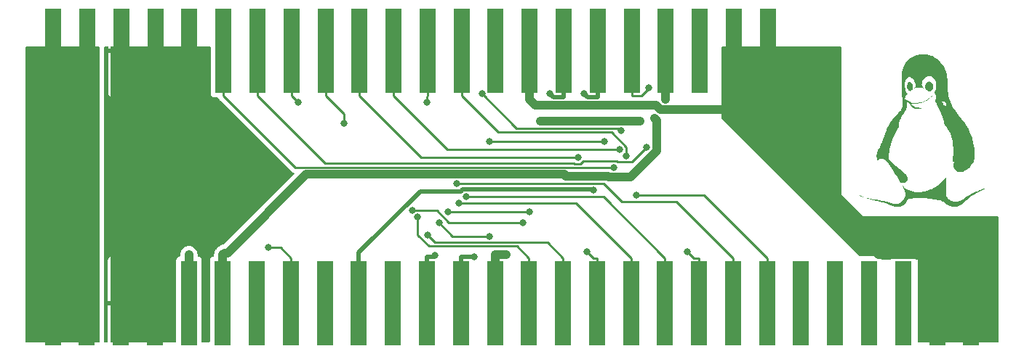
<source format=gtl>
G04 #@! TF.GenerationSoftware,KiCad,Pcbnew,(6.0.6-0)*
G04 #@! TF.CreationDate,2022-08-17T04:52:13+09:00*
G04 #@! TF.ProjectId,PENGO2JAMMA,50454e47-4f32-44a4-914d-4d412e6b6963,rev?*
G04 #@! TF.SameCoordinates,Original*
G04 #@! TF.FileFunction,Copper,L1,Top*
G04 #@! TF.FilePolarity,Positive*
%FSLAX46Y46*%
G04 Gerber Fmt 4.6, Leading zero omitted, Abs format (unit mm)*
G04 Created by KiCad (PCBNEW (6.0.6-0)) date 2022-08-17 04:52:13*
%MOMM*%
%LPD*%
G01*
G04 APERTURE LIST*
G04 #@! TA.AperFunction,SMDPad,CuDef*
%ADD10R,1.980000X9.900000*%
G04 #@! TD*
G04 #@! TA.AperFunction,ViaPad*
%ADD11C,0.800000*%
G04 #@! TD*
G04 #@! TA.AperFunction,Conductor*
%ADD12C,1.000000*%
G04 #@! TD*
G04 #@! TA.AperFunction,Conductor*
%ADD13C,0.500000*%
G04 #@! TD*
G04 #@! TA.AperFunction,Conductor*
%ADD14C,0.250000*%
G04 #@! TD*
G04 APERTURE END LIST*
G36*
X184580659Y-99056708D02*
G01*
X184681935Y-98844525D01*
X184791966Y-98625365D01*
X184950817Y-98308225D01*
X185083660Y-98031445D01*
X185194876Y-97784410D01*
X185288849Y-97556507D01*
X185369960Y-97337122D01*
X185442593Y-97115641D01*
X185509302Y-96888003D01*
X185566414Y-96688708D01*
X185621106Y-96514198D01*
X185677521Y-96357743D01*
X185739800Y-96212614D01*
X185812086Y-96072080D01*
X185898519Y-95929412D01*
X186003242Y-95777881D01*
X186130395Y-95610756D01*
X186284122Y-95421308D01*
X186468563Y-95202807D01*
X186687860Y-94948523D01*
X186739540Y-94889014D01*
X186912760Y-94688923D01*
X187051088Y-94526533D01*
X187159126Y-94395246D01*
X187241473Y-94288466D01*
X187302732Y-94199597D01*
X187347501Y-94122040D01*
X187380383Y-94049199D01*
X187405977Y-93974477D01*
X187425045Y-93906063D01*
X187440179Y-93845036D01*
X187451259Y-93787386D01*
X187458233Y-93724897D01*
X187461049Y-93649353D01*
X187459657Y-93552536D01*
X187454005Y-93426231D01*
X187444043Y-93262222D01*
X187429718Y-93052293D01*
X187418745Y-92897184D01*
X187399745Y-92594405D01*
X187384235Y-92273879D01*
X187372226Y-91942891D01*
X187363728Y-91608728D01*
X187358752Y-91278674D01*
X187357306Y-90960015D01*
X187359403Y-90660037D01*
X187365052Y-90386025D01*
X187374262Y-90145266D01*
X187387046Y-89945043D01*
X187403412Y-89792644D01*
X187414279Y-89730284D01*
X187523848Y-89346213D01*
X187678064Y-88999516D01*
X187875387Y-88691896D01*
X188114278Y-88425056D01*
X188393196Y-88200698D01*
X188710601Y-88020526D01*
X189064953Y-87886243D01*
X189088043Y-87879484D01*
X189188850Y-87852965D01*
X189285738Y-87834403D01*
X189392811Y-87822468D01*
X189524169Y-87815830D01*
X189693916Y-87813159D01*
X189794005Y-87812896D01*
X189988779Y-87814162D01*
X190139004Y-87818906D01*
X190259443Y-87828519D01*
X190364854Y-87844389D01*
X190470001Y-87867905D01*
X190520991Y-87881305D01*
X190915102Y-88017583D01*
X191276631Y-88203189D01*
X191604156Y-88436939D01*
X191896250Y-88717651D01*
X192151489Y-89044142D01*
X192368013Y-89414364D01*
X192472490Y-89645076D01*
X192553807Y-89879702D01*
X192613966Y-90128843D01*
X192654970Y-90403097D01*
X192678823Y-90713066D01*
X192687529Y-91069349D01*
X192687640Y-91105720D01*
X192692102Y-91447385D01*
X192704020Y-91775365D01*
X192722706Y-92080025D01*
X192747472Y-92351731D01*
X192777632Y-92580851D01*
X192802446Y-92714705D01*
X192920265Y-93130149D01*
X193094560Y-93557781D01*
X193324179Y-93995615D01*
X193607969Y-94441665D01*
X193944778Y-94893943D01*
X194327870Y-95344285D01*
X194533431Y-95580848D01*
X194704155Y-95799676D01*
X194852431Y-96018969D01*
X194990649Y-96256933D01*
X195118688Y-96506187D01*
X195351079Y-97030555D01*
X195545138Y-97580792D01*
X195704321Y-98167259D01*
X195765887Y-98447668D01*
X195808393Y-98705742D01*
X195835988Y-98982570D01*
X195848392Y-99262845D01*
X195845325Y-99531258D01*
X195826505Y-99772502D01*
X195793658Y-99963079D01*
X195746149Y-100155407D01*
X195708090Y-100296479D01*
X195676998Y-100393174D01*
X195650386Y-100452370D01*
X195625769Y-100480944D01*
X195604574Y-100486294D01*
X195560414Y-100509720D01*
X195527241Y-100571374D01*
X195440485Y-100753084D01*
X195305198Y-100936403D01*
X195131083Y-101111525D01*
X194927848Y-101268645D01*
X194712737Y-101394245D01*
X194588523Y-101454022D01*
X194495489Y-101491296D01*
X194412375Y-101511348D01*
X194317918Y-101519456D01*
X194202668Y-101520906D01*
X194067252Y-101518234D01*
X193968171Y-101507075D01*
X193882533Y-101482719D01*
X193787447Y-101440454D01*
X193770173Y-101431888D01*
X193617157Y-101334525D01*
X193507725Y-101213697D01*
X193438600Y-101062445D01*
X193406506Y-100873808D01*
X193406920Y-100660392D01*
X193416279Y-100541430D01*
X193428280Y-100441108D01*
X193440622Y-100377848D01*
X193443007Y-100371082D01*
X193447650Y-100331544D01*
X193406638Y-100318968D01*
X193395019Y-100318700D01*
X193337865Y-100314812D01*
X193300773Y-100297676D01*
X193281258Y-100257755D01*
X193276831Y-100185514D01*
X193285008Y-100071415D01*
X193298418Y-99948243D01*
X193347416Y-99369817D01*
X193358059Y-98826459D01*
X193330518Y-98320640D01*
X193264968Y-97854832D01*
X193161582Y-97431506D01*
X193110990Y-97278308D01*
X193007432Y-97024525D01*
X192877991Y-96764017D01*
X192731952Y-96512664D01*
X192578600Y-96286349D01*
X192427219Y-96100952D01*
X192415066Y-96087934D01*
X192367664Y-96026911D01*
X192330725Y-95949290D01*
X192298267Y-95839776D01*
X192272412Y-95723369D01*
X192167783Y-95315188D01*
X192016442Y-94886498D01*
X191816626Y-94432412D01*
X191777822Y-94352570D01*
X191688880Y-94169928D01*
X191595873Y-93975536D01*
X191507738Y-93788293D01*
X191433415Y-93627096D01*
X191407969Y-93570590D01*
X191287241Y-93299675D01*
X192051724Y-93299675D01*
X192055081Y-93309882D01*
X192094483Y-93397818D01*
X192152816Y-93502253D01*
X192220148Y-93608122D01*
X192286548Y-93700355D01*
X192342083Y-93763884D01*
X192366318Y-93782077D01*
X192453771Y-93795587D01*
X192523360Y-93756298D01*
X192554269Y-93699942D01*
X192558973Y-93610924D01*
X192513771Y-93521732D01*
X192415679Y-93428241D01*
X192301059Y-93350007D01*
X192175452Y-93278682D01*
X192092870Y-93246656D01*
X192052048Y-93253722D01*
X192051724Y-93299675D01*
X191287241Y-93299675D01*
X191263414Y-93246207D01*
X191322552Y-92951210D01*
X191349739Y-92805885D01*
X191363153Y-92702508D01*
X191363701Y-92625527D01*
X191352292Y-92559390D01*
X191346624Y-92539172D01*
X191301112Y-92442738D01*
X191234194Y-92362345D01*
X191161292Y-92314285D01*
X191127291Y-92307472D01*
X191120217Y-92285706D01*
X191147310Y-92225548D01*
X191189669Y-92157566D01*
X191265329Y-92031562D01*
X191316642Y-91907459D01*
X191349870Y-91765250D01*
X191371275Y-91584928D01*
X191372141Y-91574618D01*
X191371249Y-91291637D01*
X191321310Y-91031123D01*
X191224075Y-90798937D01*
X191081336Y-90600985D01*
X190939228Y-90467942D01*
X190797983Y-90384469D01*
X190641937Y-90343137D01*
X190520991Y-90335322D01*
X190395688Y-90340259D01*
X190301033Y-90361236D01*
X190209072Y-90404939D01*
X190194589Y-90413388D01*
X189996080Y-90562601D01*
X189845169Y-90744913D01*
X189744569Y-90956124D01*
X189697817Y-91182493D01*
X189692715Y-91277633D01*
X189700710Y-91356390D01*
X189726677Y-91440427D01*
X189775491Y-91551408D01*
X189785694Y-91573001D01*
X189889214Y-91790986D01*
X189737755Y-91738632D01*
X189553987Y-91697653D01*
X189343228Y-91686826D01*
X189129556Y-91706074D01*
X188978918Y-91741112D01*
X188796511Y-91797884D01*
X188842747Y-91726276D01*
X188895124Y-91645185D01*
X188938986Y-91577308D01*
X188964647Y-91528709D01*
X188974646Y-91475334D01*
X188969932Y-91398907D01*
X188953710Y-91294206D01*
X188897154Y-91079161D01*
X188807384Y-90878573D01*
X188692002Y-90704710D01*
X188558611Y-90569839D01*
X188467617Y-90509816D01*
X188339415Y-90471818D01*
X188195444Y-90473806D01*
X188062340Y-90514244D01*
X188026144Y-90535222D01*
X187900263Y-90644665D01*
X187811680Y-90781827D01*
X187757329Y-90954220D01*
X187734146Y-91169353D01*
X187732821Y-91254084D01*
X187744936Y-91544478D01*
X187778480Y-91798273D01*
X187832166Y-92010218D01*
X187904703Y-92175062D01*
X187984163Y-92277991D01*
X188053754Y-92343369D01*
X187924997Y-92501447D01*
X187821757Y-92653715D01*
X187763357Y-92807198D01*
X187759838Y-92822191D01*
X187738410Y-92941738D01*
X187742282Y-93017433D01*
X187776070Y-93061050D01*
X187844393Y-93084361D01*
X187864026Y-93087854D01*
X187941769Y-93113929D01*
X188044510Y-93165998D01*
X188150801Y-93233106D01*
X188156921Y-93237441D01*
X188310559Y-93340428D01*
X188442504Y-93409602D01*
X188573744Y-93452384D01*
X188725268Y-93476197D01*
X188859309Y-93485792D01*
X189148893Y-93479539D01*
X189456629Y-93435691D01*
X189758342Y-93358249D01*
X189874338Y-93317849D01*
X190034543Y-93243777D01*
X190220919Y-93135562D01*
X190419121Y-93002425D01*
X190614806Y-92853589D01*
X190678501Y-92800806D01*
X190772928Y-92725081D01*
X190854826Y-92667288D01*
X190910851Y-92636557D01*
X190922433Y-92633874D01*
X190954343Y-92645955D01*
X190933932Y-92680914D01*
X190862793Y-92736823D01*
X190807808Y-92772587D01*
X190723546Y-92829522D01*
X190615397Y-92908665D01*
X190504978Y-92994133D01*
X190491318Y-93005094D01*
X190211836Y-93204034D01*
X189932790Y-93348504D01*
X189794005Y-93400689D01*
X189611129Y-93451458D01*
X189396159Y-93495988D01*
X189173522Y-93530261D01*
X188967645Y-93550259D01*
X188863724Y-93553734D01*
X188743676Y-93558600D01*
X188633772Y-93571273D01*
X188566135Y-93586613D01*
X188471816Y-93619493D01*
X188550406Y-93692328D01*
X188758815Y-93848600D01*
X188997516Y-93957843D01*
X189270060Y-94021314D01*
X189533253Y-94040238D01*
X189836286Y-94043336D01*
X189681618Y-94096837D01*
X189564517Y-94128959D01*
X189424543Y-94155745D01*
X189328984Y-94167710D01*
X189108398Y-94168265D01*
X188911385Y-94126058D01*
X188730033Y-94037148D01*
X188556432Y-93897593D01*
X188382669Y-93703451D01*
X188373370Y-93691648D01*
X188239840Y-93524227D01*
X188138132Y-93403717D01*
X188066425Y-93328139D01*
X188022897Y-93295518D01*
X188009085Y-93296170D01*
X188001357Y-93330231D01*
X187991669Y-93411940D01*
X187981171Y-93529679D01*
X187971009Y-93671831D01*
X187969379Y-93697905D01*
X187957324Y-93863135D01*
X187940583Y-93999567D01*
X187914586Y-94118815D01*
X187874762Y-94232492D01*
X187816543Y-94352212D01*
X187735358Y-94489588D01*
X187626639Y-94656234D01*
X187544486Y-94777751D01*
X187377953Y-95031108D01*
X187248184Y-95250242D01*
X187151467Y-95444333D01*
X187084090Y-95622559D01*
X187042342Y-95794099D01*
X187022512Y-95968133D01*
X187019589Y-96075854D01*
X187018525Y-96180644D01*
X187011539Y-96258419D01*
X186992944Y-96326117D01*
X186957049Y-96400676D01*
X186898167Y-96499036D01*
X186853711Y-96569749D01*
X186581644Y-97044986D01*
X186344723Y-97549096D01*
X186151438Y-98063054D01*
X186074246Y-98316234D01*
X185991391Y-98639383D01*
X185934060Y-98933787D01*
X185898900Y-99222545D01*
X185882555Y-99528759D01*
X185880615Y-99649656D01*
X185877183Y-100092892D01*
X186233258Y-100416232D01*
X186363975Y-100532302D01*
X186528596Y-100674434D01*
X186714440Y-100831916D01*
X186908832Y-100994036D01*
X187099091Y-101150084D01*
X187164756Y-101203215D01*
X187330975Y-101339220D01*
X187487793Y-101471400D01*
X187627182Y-101592688D01*
X187741114Y-101696015D01*
X187821559Y-101774312D01*
X187851872Y-101808160D01*
X187973335Y-101994462D01*
X188040494Y-102174615D01*
X188053402Y-102344596D01*
X188012116Y-102500381D01*
X187916689Y-102637947D01*
X187839673Y-102705488D01*
X187771311Y-102742346D01*
X187677761Y-102763815D01*
X187544778Y-102773727D01*
X187428984Y-102773810D01*
X187329551Y-102766794D01*
X187267736Y-102754194D01*
X187267185Y-102753963D01*
X187235022Y-102735124D01*
X187198668Y-102701662D01*
X187154296Y-102647994D01*
X187098081Y-102568536D01*
X187026199Y-102457706D01*
X186934824Y-102309921D01*
X186820130Y-102119597D01*
X186737445Y-101980836D01*
X186551661Y-101673633D01*
X186367369Y-101379233D01*
X186188319Y-101103064D01*
X186018263Y-100850552D01*
X185860953Y-100627123D01*
X185720138Y-100438204D01*
X185599571Y-100289220D01*
X185503003Y-100185599D01*
X185485030Y-100169146D01*
X185312733Y-100047757D01*
X185136577Y-99979190D01*
X184963111Y-99963840D01*
X184798885Y-100002104D01*
X184650447Y-100094378D01*
X184625470Y-100117178D01*
X184531000Y-100208291D01*
X184486057Y-100048594D01*
X184446987Y-99898180D01*
X184422294Y-99765332D01*
X184413868Y-99641255D01*
X184423601Y-99517151D01*
X184453383Y-99384224D01*
X184463429Y-99354984D01*
X185446926Y-99354984D01*
X185457362Y-99406713D01*
X185481095Y-99467526D01*
X185506765Y-99511001D01*
X185517013Y-99517986D01*
X185519306Y-99492460D01*
X185512871Y-99430827D01*
X185512548Y-99428604D01*
X185495604Y-99363477D01*
X185472853Y-99324106D01*
X185453597Y-99320931D01*
X185446926Y-99354984D01*
X184463429Y-99354984D01*
X184505106Y-99233675D01*
X184580659Y-99056708D01*
G37*
G36*
X192525495Y-102387949D02*
G01*
X192531742Y-102507592D01*
X192533061Y-102666345D01*
X192529601Y-102844190D01*
X192521509Y-103021111D01*
X192520692Y-103034224D01*
X192502258Y-103388440D01*
X192495773Y-103687276D01*
X192501336Y-103933500D01*
X192519040Y-104129883D01*
X192548983Y-104279192D01*
X192565548Y-104329360D01*
X192676683Y-104538639D01*
X192835357Y-104713748D01*
X193038317Y-104851208D01*
X193067490Y-104865987D01*
X193154951Y-104907294D01*
X193227113Y-104934827D01*
X193299901Y-104951372D01*
X193389240Y-104959715D01*
X193511056Y-104962643D01*
X193621809Y-104962963D01*
X193773575Y-104962328D01*
X193882572Y-104958294D01*
X193965379Y-104947666D01*
X194038571Y-104927249D01*
X194118727Y-104893846D01*
X194212416Y-104849121D01*
X194319944Y-104790971D01*
X194460002Y-104706579D01*
X194617686Y-104605374D01*
X194778095Y-104496781D01*
X194852319Y-104444344D01*
X195042842Y-104309362D01*
X195203875Y-104200867D01*
X195348463Y-104112208D01*
X195489649Y-104036733D01*
X195640477Y-103967791D01*
X195813993Y-103898731D01*
X196023240Y-103822902D01*
X196173678Y-103770592D01*
X196448311Y-103672930D01*
X196673192Y-103585925D01*
X196856229Y-103506175D01*
X197005324Y-103430275D01*
X197108374Y-103368147D01*
X197112883Y-103370478D01*
X197080760Y-103405287D01*
X197025094Y-103459199D01*
X196941119Y-103523866D01*
X196805298Y-103609395D01*
X196620651Y-103714025D01*
X196390196Y-103835995D01*
X196298659Y-103882768D01*
X196043543Y-104013153D01*
X195831536Y-104125146D01*
X195652197Y-104225935D01*
X195495083Y-104322705D01*
X195349754Y-104422645D01*
X195205767Y-104532941D01*
X195052682Y-104660780D01*
X194880057Y-104813350D01*
X194677449Y-104997836D01*
X194673822Y-105001165D01*
X194459863Y-105189480D01*
X194272221Y-105335207D01*
X194101638Y-105443257D01*
X193938854Y-105518542D01*
X193774611Y-105565973D01*
X193599650Y-105590463D01*
X193557612Y-105593328D01*
X193293321Y-105586372D01*
X193036864Y-105538245D01*
X192797933Y-105453271D01*
X192586220Y-105335774D01*
X192411418Y-105190077D01*
X192286529Y-105026303D01*
X192240937Y-104992910D01*
X192143367Y-104953728D01*
X192000736Y-104910274D01*
X191819958Y-104864062D01*
X191607951Y-104816609D01*
X191371630Y-104769429D01*
X191117913Y-104724040D01*
X190853715Y-104681956D01*
X190585952Y-104644692D01*
X190491318Y-104632906D01*
X190218055Y-104606308D01*
X189923007Y-104588749D01*
X189616192Y-104579958D01*
X189307628Y-104579660D01*
X189007332Y-104587585D01*
X188725323Y-104603458D01*
X188471618Y-104627008D01*
X188256236Y-104657961D01*
X188089195Y-104696046D01*
X188081057Y-104698512D01*
X188043080Y-104731919D01*
X187992833Y-104804288D01*
X187941285Y-104899769D01*
X187833850Y-105073529D01*
X187685865Y-105242528D01*
X187514817Y-105389597D01*
X187338191Y-105497568D01*
X187327249Y-105502680D01*
X187172764Y-105553128D01*
X186984839Y-105584386D01*
X186786696Y-105594904D01*
X186601559Y-105583135D01*
X186485477Y-105558830D01*
X186393101Y-105529546D01*
X186297141Y-105496089D01*
X186185351Y-105453803D01*
X186045486Y-105398031D01*
X185865299Y-105324118D01*
X185832673Y-105310614D01*
X185693660Y-105255184D01*
X185552434Y-105203889D01*
X185400263Y-105154208D01*
X185228415Y-105103619D01*
X185028158Y-105049600D01*
X184790758Y-104989628D01*
X184507484Y-104921183D01*
X184378702Y-104890708D01*
X184085880Y-104819062D01*
X183781615Y-104739800D01*
X183479726Y-104656826D01*
X183194034Y-104574041D01*
X182938361Y-104495348D01*
X182726526Y-104424650D01*
X182720458Y-104422503D01*
X182620237Y-104375750D01*
X182530485Y-104315961D01*
X182511102Y-104298767D01*
X182472118Y-104258088D01*
X182468998Y-104248758D01*
X182477991Y-104254653D01*
X182602570Y-104326476D01*
X182777290Y-104399923D01*
X182993112Y-104472162D01*
X183241000Y-104540359D01*
X183511915Y-104601681D01*
X183696225Y-104636538D01*
X183796232Y-104655519D01*
X183907303Y-104678653D01*
X183924092Y-104682360D01*
X184014204Y-104699898D01*
X184149258Y-104722920D01*
X184315349Y-104749251D01*
X184498569Y-104776714D01*
X184685012Y-104803134D01*
X184764449Y-104813862D01*
X185192242Y-104887556D01*
X185636714Y-104995174D01*
X186071276Y-105130025D01*
X186188748Y-105172194D01*
X186428594Y-105238941D01*
X186664329Y-105262718D01*
X186883869Y-105243432D01*
X187075127Y-105180990D01*
X187078935Y-105179125D01*
X187305464Y-105038413D01*
X187493440Y-104861574D01*
X187634577Y-104656614D01*
X187648862Y-104628706D01*
X187701114Y-104513147D01*
X187732518Y-104411999D01*
X187749273Y-104299284D01*
X187756531Y-104177379D01*
X187758650Y-104040478D01*
X187750024Y-103928584D01*
X187726823Y-103816139D01*
X187685215Y-103677588D01*
X187678594Y-103657355D01*
X187628716Y-103513434D01*
X187573695Y-103366541D01*
X187523381Y-103242694D01*
X187510908Y-103214430D01*
X187472299Y-103121515D01*
X187463821Y-103079239D01*
X187485586Y-103087654D01*
X187537708Y-103146813D01*
X187620301Y-103256767D01*
X187628890Y-103268680D01*
X187715756Y-103373746D01*
X187816888Y-103461139D01*
X187944664Y-103538982D01*
X188111460Y-103615395D01*
X188225649Y-103660259D01*
X188636972Y-103785000D01*
X189058526Y-103854549D01*
X189483519Y-103869261D01*
X189905161Y-103829492D01*
X190316661Y-103735599D01*
X190711229Y-103587936D01*
X190845214Y-103523027D01*
X191059312Y-103403049D01*
X191272188Y-103262967D01*
X191492189Y-103096329D01*
X191727663Y-102896683D01*
X191986956Y-102657577D01*
X192077878Y-102570168D01*
X192503845Y-102157094D01*
X192525495Y-102387949D01*
G37*
G36*
X189693406Y-91939135D02*
G01*
X189704987Y-91951397D01*
X189698592Y-91977070D01*
X189678816Y-91981070D01*
X189627549Y-91963659D01*
X189615968Y-91951397D01*
X189622362Y-91925724D01*
X189642138Y-91921724D01*
X189693406Y-91939135D01*
G37*
G36*
X188342821Y-91042763D02*
G01*
X188446435Y-91086922D01*
X188455551Y-91093688D01*
X188561041Y-91213310D01*
X188633641Y-91377308D01*
X188670487Y-91578868D01*
X188672655Y-91610159D01*
X188675286Y-91718013D01*
X188671068Y-91803262D01*
X188660917Y-91847902D01*
X188660546Y-91848406D01*
X188626657Y-91879141D01*
X188562335Y-91929235D01*
X188483102Y-91987516D01*
X188404481Y-92042811D01*
X188341993Y-92083949D01*
X188311324Y-92099762D01*
X188283020Y-92081891D01*
X188226194Y-92036351D01*
X188188043Y-92003579D01*
X188107803Y-91917397D01*
X188039826Y-91818380D01*
X188024461Y-91788451D01*
X187986553Y-91663203D01*
X187972448Y-91519635D01*
X187980195Y-91372770D01*
X188007840Y-91237634D01*
X188053431Y-91129251D01*
X188115014Y-91062646D01*
X188119104Y-91060345D01*
X188223875Y-91032929D01*
X188342821Y-91042763D01*
G37*
G36*
X190270274Y-91070020D02*
G01*
X190392678Y-90996080D01*
X190529883Y-90972302D01*
X190686191Y-90999379D01*
X190819561Y-91076274D01*
X190924216Y-91195994D01*
X190994382Y-91351550D01*
X191024282Y-91535947D01*
X191024942Y-91571594D01*
X191004461Y-91758364D01*
X190942506Y-91904904D01*
X190836678Y-92015651D01*
X190759383Y-92062670D01*
X190664792Y-92106615D01*
X190592580Y-92123969D01*
X190520519Y-92114404D01*
X190426382Y-92077594D01*
X190381747Y-92057116D01*
X190247733Y-91971769D01*
X190158045Y-91857648D01*
X190108806Y-91707692D01*
X190095877Y-91535892D01*
X190117442Y-91345681D01*
X190135961Y-91296842D01*
X190728702Y-91296842D01*
X190750241Y-91327059D01*
X190758374Y-91328266D01*
X190787276Y-91318142D01*
X190788047Y-91315181D01*
X190767254Y-91289847D01*
X190758374Y-91283757D01*
X190731031Y-91286110D01*
X190728702Y-91296842D01*
X190135961Y-91296842D01*
X190177052Y-91188472D01*
X190270274Y-91070020D01*
G37*
D10*
X88520000Y-116840000D03*
X92480000Y-116840000D03*
X96440000Y-116840000D03*
X100400000Y-116840000D03*
X104360000Y-116840000D03*
X108320000Y-116840000D03*
X112280000Y-116840000D03*
X116240000Y-116840000D03*
X120200000Y-116840000D03*
X124160000Y-116840000D03*
X128120000Y-116840000D03*
X132080000Y-116840000D03*
X136040000Y-116840000D03*
X140000000Y-116840000D03*
X143960000Y-116840000D03*
X147920000Y-116840000D03*
X151880000Y-116840000D03*
X155840000Y-116840000D03*
X159800000Y-116840000D03*
X163760000Y-116840000D03*
X167720000Y-116840000D03*
X171680000Y-116840000D03*
X175640000Y-116840000D03*
X179600000Y-116840000D03*
X183560000Y-116840000D03*
X187520000Y-116840000D03*
X191480000Y-116840000D03*
X195440000Y-116840000D03*
X88595000Y-87376000D03*
X92555000Y-87376000D03*
X96515000Y-87376000D03*
X100475000Y-87376000D03*
X104435000Y-87376000D03*
X108395000Y-87376000D03*
X112355000Y-87376000D03*
X116315000Y-87376000D03*
X120275000Y-87376000D03*
X124235000Y-87376000D03*
X128195000Y-87376000D03*
X132155000Y-87376000D03*
X136115000Y-87376000D03*
X140075000Y-87376000D03*
X144035000Y-87376000D03*
X147995000Y-87376000D03*
X151955000Y-87376000D03*
X155915000Y-87376000D03*
X159875000Y-87376000D03*
X163835000Y-87376000D03*
X167795000Y-87376000D03*
X171755000Y-87376000D03*
D11*
X156910300Y-95598100D03*
X145314200Y-95598100D03*
X151189400Y-93726700D03*
X141317700Y-111189700D03*
X150338000Y-92340800D03*
X137565600Y-111439700D03*
X113590800Y-110362600D03*
X130346300Y-106035900D03*
X143233300Y-107416200D03*
X157895000Y-91729700D03*
X154531900Y-98931000D03*
X162384500Y-110817400D03*
X133490800Y-107461300D03*
X139322600Y-109019300D03*
X139344800Y-97937300D03*
X152712300Y-97937300D03*
X134560000Y-106172100D03*
X144006200Y-106172100D03*
X138472600Y-92411700D03*
X154721300Y-96712600D03*
X151460000Y-103651000D03*
X159875000Y-93026300D03*
X158548700Y-95253400D03*
X108867900Y-110994900D03*
X104360000Y-111189700D03*
X157688000Y-98619900D03*
X155303600Y-99639200D03*
X122405100Y-95820700D03*
X131016700Y-106780400D03*
X146378200Y-92338000D03*
X133038800Y-111274000D03*
X136621300Y-104380700D03*
X117060300Y-93396600D03*
X132127000Y-108853100D03*
X132109400Y-93393800D03*
X135766100Y-105129100D03*
X135560300Y-102909800D03*
X153857100Y-100985500D03*
X156506100Y-104242900D03*
X149668900Y-99827000D03*
X150706400Y-110822200D03*
D12*
X156910300Y-95598100D02*
X145314200Y-95598100D01*
X193016700Y-108766400D02*
X195440000Y-111189700D01*
X183970300Y-108766400D02*
X193016700Y-108766400D01*
X175586100Y-100382200D02*
X183970300Y-108766400D01*
X175586100Y-91207100D02*
X175586100Y-100382200D01*
X171755000Y-87376000D02*
X175586100Y-91207100D01*
X195440000Y-116840000D02*
X195440000Y-111189700D01*
X144035000Y-87376000D02*
X144035000Y-93026300D01*
X140000000Y-116840000D02*
X140000000Y-111189700D01*
X141317700Y-111189700D02*
X140000000Y-111189700D01*
X144735400Y-93726700D02*
X151189400Y-93726700D01*
X144035000Y-93026300D02*
X144735400Y-93726700D01*
X167795000Y-87376000D02*
X167795000Y-93026300D01*
X191480000Y-116840000D02*
X191480000Y-111189700D01*
X184690200Y-111189700D02*
X191480000Y-111189700D01*
X167160900Y-93660400D02*
X184690200Y-111189700D01*
X167795000Y-93026300D02*
X167160900Y-93660400D01*
X158782300Y-93726700D02*
X151189400Y-93726700D01*
X159285500Y-94229900D02*
X158782300Y-93726700D01*
X166591400Y-94229900D02*
X159285500Y-94229900D01*
X167160900Y-93660400D02*
X166591400Y-94229900D01*
X104435000Y-87376000D02*
X100475000Y-87376000D01*
X100400000Y-116840000D02*
X100400000Y-111189700D01*
X100475000Y-111114700D02*
X100400000Y-111189700D01*
X100475000Y-87376000D02*
X100475000Y-111114700D01*
X96515000Y-111114700D02*
X96440000Y-111189700D01*
X96515000Y-87376000D02*
X96515000Y-111114700D01*
X96440000Y-116840000D02*
X96440000Y-111189700D01*
X92555000Y-111114700D02*
X92480000Y-111189700D01*
X92555000Y-87376000D02*
X92555000Y-111114700D01*
X92480000Y-116840000D02*
X92480000Y-111189700D01*
X88595000Y-111114700D02*
X88520000Y-111189700D01*
X88595000Y-87376000D02*
X88595000Y-111114700D01*
X88520000Y-116840000D02*
X88520000Y-111189700D01*
D13*
X136040000Y-116840000D02*
X136040000Y-111439700D01*
X137565600Y-111439700D02*
X136040000Y-111439700D01*
X151955000Y-87376000D02*
X151955000Y-92776300D01*
X150773500Y-92776300D02*
X150338000Y-92340800D01*
X151955000Y-92776300D02*
X150773500Y-92776300D01*
D14*
X115037900Y-110362600D02*
X116240000Y-111564700D01*
X113590800Y-110362600D02*
X115037900Y-110362600D01*
X116240000Y-116840000D02*
X116240000Y-111564700D01*
X133259000Y-106035900D02*
X130346300Y-106035900D01*
X134639300Y-107416200D02*
X133259000Y-106035900D01*
X143233300Y-107416200D02*
X134639300Y-107416200D01*
X157894900Y-91729700D02*
X157895000Y-91729700D01*
X157894900Y-91822300D02*
X157894900Y-91729700D01*
X157065900Y-92651300D02*
X157894900Y-91822300D01*
X155915000Y-92651300D02*
X157065900Y-92651300D01*
X155915000Y-87376000D02*
X155915000Y-92651300D01*
X163760000Y-116840000D02*
X163760000Y-111564700D01*
X163131800Y-111564700D02*
X163760000Y-111564700D01*
X162384500Y-110817400D02*
X163131800Y-111564700D01*
X128195000Y-87376000D02*
X128195000Y-92651300D01*
X134474700Y-98931000D02*
X154531900Y-98931000D01*
X128195000Y-92651300D02*
X134474700Y-98931000D01*
X135048800Y-109019300D02*
X139322600Y-109019300D01*
X133490800Y-107461300D02*
X135048800Y-109019300D01*
X139344800Y-97937300D02*
X152712300Y-97937300D01*
X134560000Y-106172100D02*
X144006200Y-106172100D01*
X154432200Y-96423500D02*
X154721300Y-96712600D01*
X142484400Y-96423500D02*
X154432200Y-96423500D01*
X138472600Y-92411700D02*
X142484400Y-96423500D01*
D13*
X124160000Y-116840000D02*
X124160000Y-111439700D01*
X151339400Y-103530400D02*
X151460000Y-103651000D01*
X136269100Y-103530400D02*
X151339400Y-103530400D01*
X136027800Y-103771700D02*
X136269100Y-103530400D01*
X131348400Y-103771700D02*
X136027800Y-103771700D01*
X124160000Y-110960100D02*
X131348400Y-103771700D01*
X124160000Y-111439700D02*
X124160000Y-110960100D01*
D12*
X159875000Y-87376000D02*
X159875000Y-92726200D01*
X159875000Y-92726200D02*
X159875000Y-93026300D01*
X108320000Y-116840000D02*
X108320000Y-111189700D01*
X108514800Y-110994900D02*
X108320000Y-111189700D01*
X108867900Y-110994900D02*
X108514800Y-110994900D01*
X158818200Y-95522900D02*
X158548700Y-95253400D01*
X158818200Y-99074400D02*
X158818200Y-95522900D01*
X155806500Y-102086100D02*
X158818200Y-99074400D01*
X153249700Y-102086100D02*
X155806500Y-102086100D01*
X153170600Y-102007000D02*
X153249700Y-102086100D01*
X148282600Y-102007000D02*
X153170600Y-102007000D01*
X148085000Y-101809400D02*
X148282600Y-102007000D01*
X118053400Y-101809400D02*
X148085000Y-101809400D01*
X108867900Y-110994900D02*
X118053400Y-101809400D01*
X104360000Y-116840000D02*
X104360000Y-111189700D01*
D14*
X112355000Y-87376000D02*
X112355000Y-92651300D01*
X155943400Y-100364500D02*
X157688000Y-98619900D01*
X154264900Y-100364500D02*
X155943400Y-100364500D01*
X154159100Y-100258700D02*
X154264900Y-100364500D01*
X150263000Y-100258700D02*
X154159100Y-100258700D01*
X149969400Y-100552300D02*
X150263000Y-100258700D01*
X149232900Y-100552300D02*
X149969400Y-100552300D01*
X149194000Y-100513400D02*
X149232900Y-100552300D01*
X120217100Y-100513400D02*
X149194000Y-100513400D01*
X112355000Y-92651300D02*
X120217100Y-100513400D01*
X155303600Y-98605500D02*
X155303600Y-99639200D01*
X153572000Y-96873900D02*
X155303600Y-98605500D01*
X140337600Y-96873900D02*
X153572000Y-96873900D01*
X136115000Y-92651300D02*
X140337600Y-96873900D01*
X136115000Y-87376000D02*
X136115000Y-92651300D01*
X143960000Y-116840000D02*
X143960000Y-111564700D01*
X120275000Y-87376000D02*
X120275000Y-92651300D01*
X122405100Y-94781400D02*
X122405100Y-95820700D01*
X120275000Y-92651300D02*
X122405100Y-94781400D01*
X142590200Y-110194900D02*
X143960000Y-111564700D01*
X132344900Y-110194900D02*
X142590200Y-110194900D01*
X131016700Y-108866700D02*
X132344900Y-110194900D01*
X131016700Y-106780400D02*
X131016700Y-108866700D01*
D13*
X132080000Y-116840000D02*
X132080000Y-111439700D01*
X147995000Y-87376000D02*
X147995000Y-92776300D01*
X146816500Y-92776300D02*
X146378200Y-92338000D01*
X147995000Y-92776300D02*
X146816500Y-92776300D01*
X132873100Y-111439700D02*
X133038800Y-111274000D01*
X132080000Y-111439700D02*
X132873100Y-111439700D01*
D14*
X159800000Y-116840000D02*
X159800000Y-111564700D01*
X152616000Y-104380700D02*
X136621300Y-104380700D01*
X159800000Y-111564700D02*
X152616000Y-104380700D01*
X147920000Y-116840000D02*
X147920000Y-111564700D01*
X116315000Y-87376000D02*
X116315000Y-92651300D01*
X116315000Y-92651300D02*
X117060300Y-93396600D01*
X146099900Y-109744600D02*
X147920000Y-111564700D01*
X133018500Y-109744600D02*
X146099900Y-109744600D01*
X132127000Y-108853100D02*
X133018500Y-109744600D01*
X155840000Y-116840000D02*
X155840000Y-111564700D01*
X132109400Y-92696900D02*
X132109400Y-93393800D01*
X132155000Y-92651300D02*
X132109400Y-92696900D01*
X132155000Y-87376000D02*
X132155000Y-92651300D01*
X149404400Y-105129100D02*
X135766100Y-105129100D01*
X155840000Y-111564700D02*
X149404400Y-105129100D01*
X167720000Y-116840000D02*
X167720000Y-111564700D01*
X161123500Y-104968200D02*
X167720000Y-111564700D01*
X154750400Y-104968200D02*
X161123500Y-104968200D01*
X152692000Y-102909800D02*
X154750400Y-104968200D01*
X135560300Y-102909800D02*
X152692000Y-102909800D01*
X171680000Y-116840000D02*
X171680000Y-111564700D01*
X108395000Y-87376000D02*
X108395000Y-92651300D01*
X164358200Y-104242900D02*
X156506100Y-104242900D01*
X171680000Y-111564700D02*
X164358200Y-104242900D01*
X153840000Y-101002600D02*
X153857100Y-100985500D01*
X148445400Y-101002600D02*
X153840000Y-101002600D01*
X148426800Y-100984000D02*
X148445400Y-101002600D01*
X116727700Y-100984000D02*
X148426800Y-100984000D01*
X108395000Y-92651300D02*
X116727700Y-100984000D01*
X131410700Y-99827000D02*
X149668900Y-99827000D01*
X124235000Y-92651300D02*
X131410700Y-99827000D01*
X151880000Y-116840000D02*
X151880000Y-111564700D01*
X151448900Y-111564700D02*
X151880000Y-111564700D01*
X150706400Y-110822200D02*
X151448900Y-111564700D01*
X124235000Y-87376000D02*
X124235000Y-92651300D01*
G04 #@! TA.AperFunction,Conductor*
G36*
X93922121Y-86888502D02*
G01*
X93968614Y-86942158D01*
X93980000Y-86994500D01*
X93980000Y-121285500D01*
X93959998Y-121353621D01*
X93906342Y-121400114D01*
X93854000Y-121411500D01*
X85470500Y-121411500D01*
X85402379Y-121391498D01*
X85355886Y-121337842D01*
X85344500Y-121285500D01*
X85344500Y-86994500D01*
X85364502Y-86926379D01*
X85418158Y-86879886D01*
X85470500Y-86868500D01*
X93854000Y-86868500D01*
X93922121Y-86888502D01*
G37*
G04 #@! TD.AperFunction*
G04 #@! TA.AperFunction,Conductor*
G36*
X106680000Y-92710000D02*
G01*
X102870000Y-97790000D01*
X102870000Y-111775029D01*
X102868255Y-111779684D01*
X102861500Y-111841866D01*
X102861500Y-121285500D01*
X102841498Y-121353621D01*
X102787842Y-121400114D01*
X102735500Y-121411500D01*
X95250000Y-121411500D01*
X95250000Y-86868500D01*
X106680000Y-86868500D01*
X106680000Y-92710000D01*
G37*
G04 #@! TD.AperFunction*
G04 #@! TA.AperFunction,Conductor*
G36*
X180282121Y-86888502D02*
G01*
X180328614Y-86942158D01*
X180340000Y-86994500D01*
X180340000Y-104140000D01*
X182880000Y-106680000D01*
X198501500Y-106680000D01*
X198569621Y-106700002D01*
X198616114Y-106753658D01*
X198627500Y-106806000D01*
X198627500Y-121285500D01*
X198607498Y-121353621D01*
X198553842Y-121400114D01*
X198501500Y-121411500D01*
X189356000Y-121411500D01*
X189287879Y-121391498D01*
X189241386Y-121337842D01*
X189230000Y-121285500D01*
X189230000Y-111760000D01*
X189091694Y-111760000D01*
X189023573Y-111739998D01*
X188977080Y-111686342D01*
X188973712Y-111678231D01*
X188963766Y-111651701D01*
X188960615Y-111643295D01*
X188873261Y-111526739D01*
X188756705Y-111439385D01*
X188620316Y-111388255D01*
X188558134Y-111381500D01*
X186481866Y-111381500D01*
X186419684Y-111388255D01*
X186283295Y-111439385D01*
X186166739Y-111526739D01*
X186079385Y-111643295D01*
X186076234Y-111651701D01*
X186066288Y-111678231D01*
X186023645Y-111734995D01*
X185957084Y-111759694D01*
X185948306Y-111760000D01*
X185131694Y-111760000D01*
X185063573Y-111739998D01*
X185017080Y-111686342D01*
X185013712Y-111678231D01*
X185003766Y-111651701D01*
X185000615Y-111643295D01*
X184913261Y-111526739D01*
X184796705Y-111439385D01*
X184660316Y-111388255D01*
X184598134Y-111381500D01*
X182553690Y-111381500D01*
X182485569Y-111361498D01*
X182464595Y-111344595D01*
X166406905Y-95286905D01*
X166372879Y-95224593D01*
X166370000Y-95197810D01*
X166370000Y-86994500D01*
X166390002Y-86926379D01*
X166443658Y-86879886D01*
X166496000Y-86868500D01*
X180214000Y-86868500D01*
X180282121Y-86888502D01*
G37*
G04 #@! TD.AperFunction*
G04 #@! TA.AperFunction,Conductor*
G36*
X94959121Y-86888502D02*
G01*
X95005614Y-86942158D01*
X95017000Y-86994500D01*
X95017000Y-87103885D01*
X95021475Y-87119124D01*
X95022865Y-87120329D01*
X95030548Y-87122000D01*
X95250000Y-87122000D01*
X95250000Y-87630000D01*
X95035115Y-87630000D01*
X95019876Y-87634475D01*
X95018671Y-87635865D01*
X95017000Y-87643548D01*
X95017001Y-92370669D01*
X95017371Y-92377490D01*
X95022895Y-92428352D01*
X95026521Y-92443604D01*
X95071676Y-92564054D01*
X95080214Y-92579649D01*
X95156715Y-92681724D01*
X95169276Y-92694285D01*
X95250000Y-92754784D01*
X95250000Y-111422410D01*
X95211946Y-111436676D01*
X95196351Y-111445214D01*
X95094276Y-111521715D01*
X95081715Y-111534276D01*
X95005214Y-111636351D01*
X94996676Y-111651946D01*
X94951522Y-111772394D01*
X94947895Y-111787649D01*
X94942369Y-111838514D01*
X94942000Y-111845328D01*
X94942000Y-116567885D01*
X94946475Y-116583124D01*
X94947865Y-116584329D01*
X94955548Y-116586000D01*
X95250000Y-116586000D01*
X95250000Y-117094000D01*
X94960116Y-117094000D01*
X94944877Y-117098475D01*
X94943672Y-117099865D01*
X94942001Y-117107548D01*
X94942001Y-121285500D01*
X94921999Y-121353621D01*
X94868343Y-121400114D01*
X94816001Y-121411500D01*
X94619500Y-121411500D01*
X94551379Y-121391498D01*
X94504886Y-121337842D01*
X94493500Y-121285500D01*
X94493500Y-86994500D01*
X94513502Y-86926379D01*
X94567158Y-86879886D01*
X94619500Y-86868500D01*
X94891000Y-86868500D01*
X94959121Y-86888502D01*
G37*
G04 #@! TD.AperFunction*
G04 #@! TA.AperFunction,Conductor*
G36*
X106838621Y-86888502D02*
G01*
X106885114Y-86942158D01*
X106896500Y-86994500D01*
X106896500Y-92374134D01*
X106903255Y-92436316D01*
X106954385Y-92572705D01*
X107041739Y-92689261D01*
X107158295Y-92776615D01*
X107294684Y-92827745D01*
X107356866Y-92834500D01*
X107696837Y-92834500D01*
X107764958Y-92854502D01*
X107808158Y-92905379D01*
X107808981Y-92904892D01*
X107811820Y-92909692D01*
X107813021Y-92911722D01*
X107819293Y-92922328D01*
X107827988Y-92940076D01*
X107835448Y-92958917D01*
X107840110Y-92965333D01*
X107840110Y-92965334D01*
X107861436Y-92994687D01*
X107867952Y-93004607D01*
X107883756Y-93031329D01*
X107890458Y-93042662D01*
X107904779Y-93056983D01*
X107917619Y-93072016D01*
X107929528Y-93088407D01*
X107935634Y-93093458D01*
X107963605Y-93116598D01*
X107972384Y-93124588D01*
X116224043Y-101376247D01*
X116231587Y-101384537D01*
X116235700Y-101391018D01*
X116241477Y-101396443D01*
X116285367Y-101437658D01*
X116288209Y-101440413D01*
X116307930Y-101460134D01*
X116311125Y-101462612D01*
X116320147Y-101470318D01*
X116352379Y-101500586D01*
X116359328Y-101504406D01*
X116370132Y-101510346D01*
X116386656Y-101521199D01*
X116402659Y-101533613D01*
X116443243Y-101551176D01*
X116453873Y-101556383D01*
X116492640Y-101577695D01*
X116500317Y-101579666D01*
X116500322Y-101579668D01*
X116512258Y-101582732D01*
X116530966Y-101589137D01*
X116549555Y-101597181D01*
X116557382Y-101598421D01*
X116564997Y-101600633D01*
X116564490Y-101602379D01*
X116619671Y-101628542D01*
X116657195Y-101688813D01*
X116656177Y-101759802D01*
X116624897Y-101811669D01*
X108480667Y-109955899D01*
X108418355Y-109989925D01*
X108402557Y-109992324D01*
X108376094Y-109994639D01*
X108334519Y-109998276D01*
X108334514Y-109998277D01*
X108328387Y-109998813D01*
X108323268Y-110000300D01*
X108317967Y-110000820D01*
X108228966Y-110027691D01*
X108227833Y-110028026D01*
X108144386Y-110052270D01*
X108144382Y-110052272D01*
X108138464Y-110053991D01*
X108133732Y-110056444D01*
X108128631Y-110057984D01*
X108123188Y-110060878D01*
X108046540Y-110101631D01*
X108045374Y-110102243D01*
X107982854Y-110134651D01*
X107962874Y-110145008D01*
X107958711Y-110148331D01*
X107954004Y-110150834D01*
X107949229Y-110154728D01*
X107949228Y-110154729D01*
X107881902Y-110209639D01*
X107880875Y-110210467D01*
X107844592Y-110239431D01*
X107844587Y-110239436D01*
X107841828Y-110241638D01*
X107839327Y-110244139D01*
X107838609Y-110244781D01*
X107834261Y-110248494D01*
X107800738Y-110275835D01*
X107796815Y-110280577D01*
X107796813Y-110280579D01*
X107771503Y-110311173D01*
X107763513Y-110319953D01*
X107650621Y-110432845D01*
X107640478Y-110441947D01*
X107610975Y-110465668D01*
X107578709Y-110504121D01*
X107575528Y-110507769D01*
X107573885Y-110509581D01*
X107571691Y-110511775D01*
X107544358Y-110545049D01*
X107543696Y-110545847D01*
X107483846Y-110617174D01*
X107481278Y-110621844D01*
X107477897Y-110625961D01*
X107450353Y-110677331D01*
X107434023Y-110707786D01*
X107433394Y-110708945D01*
X107391538Y-110785081D01*
X107391535Y-110785089D01*
X107388567Y-110790487D01*
X107386955Y-110795569D01*
X107384438Y-110800263D01*
X107357238Y-110889231D01*
X107356918Y-110890259D01*
X107328765Y-110979006D01*
X107328171Y-110984302D01*
X107326613Y-110989398D01*
X107317469Y-111079419D01*
X107317218Y-111081887D01*
X107317089Y-111083093D01*
X107315260Y-111099402D01*
X107311893Y-111129427D01*
X107311500Y-111132927D01*
X107311500Y-111136451D01*
X107311445Y-111137439D01*
X107310998Y-111143119D01*
X107306626Y-111186162D01*
X107309035Y-111211648D01*
X107310941Y-111231809D01*
X107311500Y-111243667D01*
X107311500Y-111267884D01*
X107291498Y-111336005D01*
X107237842Y-111382498D01*
X107221734Y-111388032D01*
X107219684Y-111388255D01*
X107212289Y-111391027D01*
X107212286Y-111391028D01*
X107145578Y-111416036D01*
X107083295Y-111439385D01*
X106966739Y-111526739D01*
X106879385Y-111643295D01*
X106828255Y-111779684D01*
X106821500Y-111841866D01*
X106821500Y-121285500D01*
X106801498Y-121353621D01*
X106747842Y-121400114D01*
X106695500Y-121411500D01*
X105984500Y-121411500D01*
X105916379Y-121391498D01*
X105869886Y-121337842D01*
X105858500Y-121285500D01*
X105858500Y-111841866D01*
X105851745Y-111779684D01*
X105800615Y-111643295D01*
X105713261Y-111526739D01*
X105596705Y-111439385D01*
X105534422Y-111416036D01*
X105467714Y-111391028D01*
X105467711Y-111391027D01*
X105463700Y-111389524D01*
X105463699Y-111389523D01*
X105460316Y-111388255D01*
X105460521Y-111387708D01*
X105403704Y-111355246D01*
X105370886Y-111292290D01*
X105368500Y-111267884D01*
X105368500Y-111139931D01*
X105367944Y-111134254D01*
X105357782Y-111030620D01*
X105354080Y-110992867D01*
X105351667Y-110984873D01*
X105320363Y-110881192D01*
X105296916Y-110803531D01*
X105204066Y-110628904D01*
X105108538Y-110511775D01*
X105082960Y-110480413D01*
X105082957Y-110480410D01*
X105079065Y-110475638D01*
X105072724Y-110470392D01*
X104931425Y-110353499D01*
X104931421Y-110353497D01*
X104926675Y-110349570D01*
X104752701Y-110255502D01*
X104563768Y-110197018D01*
X104557643Y-110196374D01*
X104557642Y-110196374D01*
X104373204Y-110176989D01*
X104373202Y-110176989D01*
X104367075Y-110176345D01*
X104284576Y-110183853D01*
X104176251Y-110193711D01*
X104176248Y-110193712D01*
X104170112Y-110194270D01*
X104164206Y-110196008D01*
X104164202Y-110196009D01*
X104115078Y-110210467D01*
X103980381Y-110250110D01*
X103974923Y-110252963D01*
X103974919Y-110252965D01*
X103913153Y-110285256D01*
X103805110Y-110341740D01*
X103650975Y-110465668D01*
X103523846Y-110617174D01*
X103520879Y-110622572D01*
X103520875Y-110622577D01*
X103449869Y-110751739D01*
X103428567Y-110790487D01*
X103426706Y-110796354D01*
X103426705Y-110796356D01*
X103384656Y-110928910D01*
X103368765Y-110979006D01*
X103351500Y-111132927D01*
X103351500Y-111267884D01*
X103331498Y-111336005D01*
X103277842Y-111382498D01*
X103261734Y-111388032D01*
X103259684Y-111388255D01*
X103252289Y-111391027D01*
X103252286Y-111391028D01*
X103185578Y-111416036D01*
X103123295Y-111439385D01*
X103006739Y-111526739D01*
X102919385Y-111643295D01*
X102870000Y-111775029D01*
X102870000Y-97790000D01*
X106680000Y-92710000D01*
X106680000Y-86868500D01*
X106770500Y-86868500D01*
X106838621Y-86888502D01*
G37*
G04 #@! TD.AperFunction*
M02*

</source>
